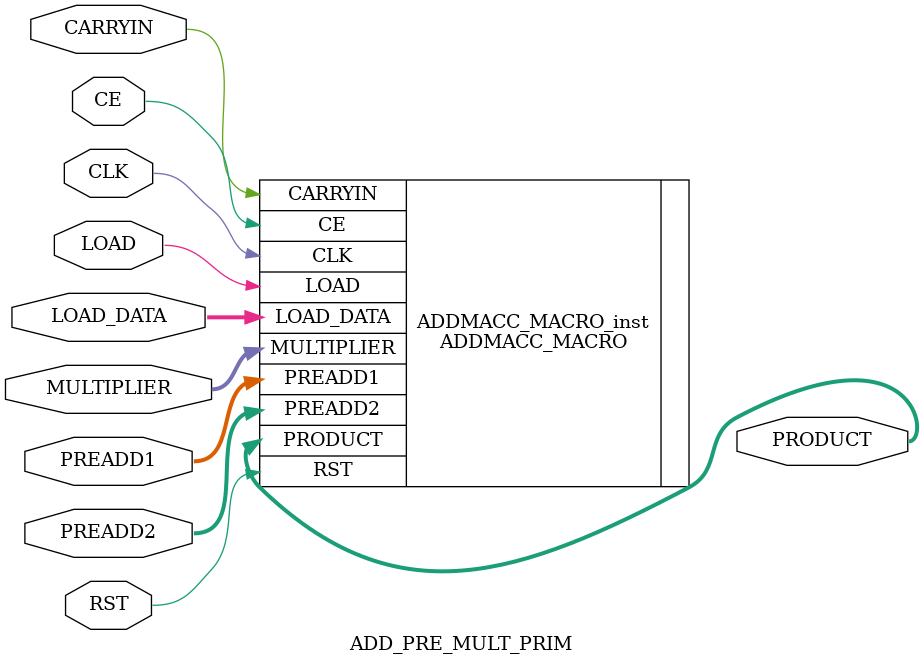
<source format=sv>

`timescale 1ns/1ps

module ADD_PRE_MULT_PRIM
(
output [47:0]      PRODUCT,
input              CARRYIN,
input              CE,
input              CLK,   
input [17:0]       MULTIPLIER,
input              LOAD,
input [47:0]       LOAD_DATA,
input [24:0]       PREADD1,
input [24:0]       PREADD2,
input              RST
);

ADDMACC_MACRO #(
      .DEVICE("7SERIES"),    // Target Device: "7SERIES" 
      .LATENCY(3),           // Desired clock cycle latency, 0-4
      .WIDTH_PREADD(25),     // Pre-adder input width, 1-25
      .WIDTH_MULTIPLIER(18), // Multiplier input width, 1-18
      .WIDTH_PRODUCT(48)     // MACC output width, 1-48
   ) ADDMACC_MACRO_inst (
      .PRODUCT(PRODUCT),   // MACC result output, width defined by WIDTH_PRODUCT parameter
      .CARRYIN(CARRYIN),   // 1-bit carry-in input
      .CLK(CLK),           // 1-bit clock input
      .CE(CE),             // 1-bit clock enable input
      .LOAD(LOAD),         // 1-bit accumulator load input
      .LOAD_DATA(LOAD_DATA),   // Accumulator load data input, width defined by WIDTH_PRODUCT parameter
      .MULTIPLIER(MULTIPLIER), // Multiplier data input, width defined by WIDTH_MULTIPLIER parameter
      .PREADD2(PREADD2),   // Preadder data input, width defined by WIDTH_PREADD parameter
      .PREADD1(PREADD1),   // Preadder data input, width defined by WIDTH_PREADD parameter
      .RST(RST)            // 1-bit active high synchronous reset
   );

endmodule
</source>
